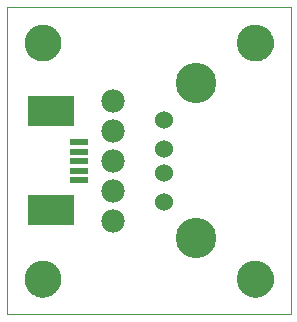
<source format=gts>
G75*
G70*
%OFA0B0*%
%FSLAX24Y24*%
%IPPOS*%
%LPD*%
%AMOC8*
5,1,8,0,0,1.08239X$1,22.5*
%
%ADD10C,0.0000*%
%ADD11C,0.1221*%
%ADD12C,0.0780*%
%ADD13R,0.1536X0.1024*%
%ADD14R,0.0591X0.0237*%
%ADD15C,0.0600*%
%ADD16C,0.1350*%
D10*
X005590Y003256D02*
X005590Y013492D01*
X015039Y013492D01*
X015039Y003256D01*
X005590Y003256D01*
X006180Y004437D02*
X006182Y004485D01*
X006188Y004533D01*
X006198Y004580D01*
X006211Y004626D01*
X006229Y004671D01*
X006249Y004715D01*
X006274Y004757D01*
X006302Y004796D01*
X006332Y004833D01*
X006366Y004867D01*
X006403Y004899D01*
X006441Y004928D01*
X006482Y004953D01*
X006525Y004975D01*
X006570Y004993D01*
X006616Y005007D01*
X006663Y005018D01*
X006711Y005025D01*
X006759Y005028D01*
X006807Y005027D01*
X006855Y005022D01*
X006903Y005013D01*
X006949Y005001D01*
X006994Y004984D01*
X007038Y004964D01*
X007080Y004941D01*
X007120Y004914D01*
X007158Y004884D01*
X007193Y004851D01*
X007225Y004815D01*
X007255Y004777D01*
X007281Y004736D01*
X007303Y004693D01*
X007323Y004649D01*
X007338Y004604D01*
X007350Y004557D01*
X007358Y004509D01*
X007362Y004461D01*
X007362Y004413D01*
X007358Y004365D01*
X007350Y004317D01*
X007338Y004270D01*
X007323Y004225D01*
X007303Y004181D01*
X007281Y004138D01*
X007255Y004097D01*
X007225Y004059D01*
X007193Y004023D01*
X007158Y003990D01*
X007120Y003960D01*
X007080Y003933D01*
X007038Y003910D01*
X006994Y003890D01*
X006949Y003873D01*
X006903Y003861D01*
X006855Y003852D01*
X006807Y003847D01*
X006759Y003846D01*
X006711Y003849D01*
X006663Y003856D01*
X006616Y003867D01*
X006570Y003881D01*
X006525Y003899D01*
X006482Y003921D01*
X006441Y003946D01*
X006403Y003975D01*
X006366Y004007D01*
X006332Y004041D01*
X006302Y004078D01*
X006274Y004117D01*
X006249Y004159D01*
X006229Y004203D01*
X006211Y004248D01*
X006198Y004294D01*
X006188Y004341D01*
X006182Y004389D01*
X006180Y004437D01*
X013267Y004437D02*
X013269Y004485D01*
X013275Y004533D01*
X013285Y004580D01*
X013298Y004626D01*
X013316Y004671D01*
X013336Y004715D01*
X013361Y004757D01*
X013389Y004796D01*
X013419Y004833D01*
X013453Y004867D01*
X013490Y004899D01*
X013528Y004928D01*
X013569Y004953D01*
X013612Y004975D01*
X013657Y004993D01*
X013703Y005007D01*
X013750Y005018D01*
X013798Y005025D01*
X013846Y005028D01*
X013894Y005027D01*
X013942Y005022D01*
X013990Y005013D01*
X014036Y005001D01*
X014081Y004984D01*
X014125Y004964D01*
X014167Y004941D01*
X014207Y004914D01*
X014245Y004884D01*
X014280Y004851D01*
X014312Y004815D01*
X014342Y004777D01*
X014368Y004736D01*
X014390Y004693D01*
X014410Y004649D01*
X014425Y004604D01*
X014437Y004557D01*
X014445Y004509D01*
X014449Y004461D01*
X014449Y004413D01*
X014445Y004365D01*
X014437Y004317D01*
X014425Y004270D01*
X014410Y004225D01*
X014390Y004181D01*
X014368Y004138D01*
X014342Y004097D01*
X014312Y004059D01*
X014280Y004023D01*
X014245Y003990D01*
X014207Y003960D01*
X014167Y003933D01*
X014125Y003910D01*
X014081Y003890D01*
X014036Y003873D01*
X013990Y003861D01*
X013942Y003852D01*
X013894Y003847D01*
X013846Y003846D01*
X013798Y003849D01*
X013750Y003856D01*
X013703Y003867D01*
X013657Y003881D01*
X013612Y003899D01*
X013569Y003921D01*
X013528Y003946D01*
X013490Y003975D01*
X013453Y004007D01*
X013419Y004041D01*
X013389Y004078D01*
X013361Y004117D01*
X013336Y004159D01*
X013316Y004203D01*
X013298Y004248D01*
X013285Y004294D01*
X013275Y004341D01*
X013269Y004389D01*
X013267Y004437D01*
X013267Y012311D02*
X013269Y012359D01*
X013275Y012407D01*
X013285Y012454D01*
X013298Y012500D01*
X013316Y012545D01*
X013336Y012589D01*
X013361Y012631D01*
X013389Y012670D01*
X013419Y012707D01*
X013453Y012741D01*
X013490Y012773D01*
X013528Y012802D01*
X013569Y012827D01*
X013612Y012849D01*
X013657Y012867D01*
X013703Y012881D01*
X013750Y012892D01*
X013798Y012899D01*
X013846Y012902D01*
X013894Y012901D01*
X013942Y012896D01*
X013990Y012887D01*
X014036Y012875D01*
X014081Y012858D01*
X014125Y012838D01*
X014167Y012815D01*
X014207Y012788D01*
X014245Y012758D01*
X014280Y012725D01*
X014312Y012689D01*
X014342Y012651D01*
X014368Y012610D01*
X014390Y012567D01*
X014410Y012523D01*
X014425Y012478D01*
X014437Y012431D01*
X014445Y012383D01*
X014449Y012335D01*
X014449Y012287D01*
X014445Y012239D01*
X014437Y012191D01*
X014425Y012144D01*
X014410Y012099D01*
X014390Y012055D01*
X014368Y012012D01*
X014342Y011971D01*
X014312Y011933D01*
X014280Y011897D01*
X014245Y011864D01*
X014207Y011834D01*
X014167Y011807D01*
X014125Y011784D01*
X014081Y011764D01*
X014036Y011747D01*
X013990Y011735D01*
X013942Y011726D01*
X013894Y011721D01*
X013846Y011720D01*
X013798Y011723D01*
X013750Y011730D01*
X013703Y011741D01*
X013657Y011755D01*
X013612Y011773D01*
X013569Y011795D01*
X013528Y011820D01*
X013490Y011849D01*
X013453Y011881D01*
X013419Y011915D01*
X013389Y011952D01*
X013361Y011991D01*
X013336Y012033D01*
X013316Y012077D01*
X013298Y012122D01*
X013285Y012168D01*
X013275Y012215D01*
X013269Y012263D01*
X013267Y012311D01*
X006180Y012311D02*
X006182Y012359D01*
X006188Y012407D01*
X006198Y012454D01*
X006211Y012500D01*
X006229Y012545D01*
X006249Y012589D01*
X006274Y012631D01*
X006302Y012670D01*
X006332Y012707D01*
X006366Y012741D01*
X006403Y012773D01*
X006441Y012802D01*
X006482Y012827D01*
X006525Y012849D01*
X006570Y012867D01*
X006616Y012881D01*
X006663Y012892D01*
X006711Y012899D01*
X006759Y012902D01*
X006807Y012901D01*
X006855Y012896D01*
X006903Y012887D01*
X006949Y012875D01*
X006994Y012858D01*
X007038Y012838D01*
X007080Y012815D01*
X007120Y012788D01*
X007158Y012758D01*
X007193Y012725D01*
X007225Y012689D01*
X007255Y012651D01*
X007281Y012610D01*
X007303Y012567D01*
X007323Y012523D01*
X007338Y012478D01*
X007350Y012431D01*
X007358Y012383D01*
X007362Y012335D01*
X007362Y012287D01*
X007358Y012239D01*
X007350Y012191D01*
X007338Y012144D01*
X007323Y012099D01*
X007303Y012055D01*
X007281Y012012D01*
X007255Y011971D01*
X007225Y011933D01*
X007193Y011897D01*
X007158Y011864D01*
X007120Y011834D01*
X007080Y011807D01*
X007038Y011784D01*
X006994Y011764D01*
X006949Y011747D01*
X006903Y011735D01*
X006855Y011726D01*
X006807Y011721D01*
X006759Y011720D01*
X006711Y011723D01*
X006663Y011730D01*
X006616Y011741D01*
X006570Y011755D01*
X006525Y011773D01*
X006482Y011795D01*
X006441Y011820D01*
X006403Y011849D01*
X006366Y011881D01*
X006332Y011915D01*
X006302Y011952D01*
X006274Y011991D01*
X006249Y012033D01*
X006229Y012077D01*
X006211Y012122D01*
X006198Y012168D01*
X006188Y012215D01*
X006182Y012263D01*
X006180Y012311D01*
D11*
X006771Y012311D03*
X013858Y012311D03*
X013858Y004437D03*
X006771Y004437D03*
D12*
X009134Y006374D03*
X009134Y007374D03*
X009134Y008374D03*
X009134Y009374D03*
X009134Y010374D03*
D13*
X007047Y010027D03*
X007047Y006720D03*
D14*
X007992Y007724D03*
X007992Y008039D03*
X007992Y008374D03*
X007992Y008669D03*
X007992Y008984D03*
D15*
X010819Y008769D03*
X010819Y007979D03*
X010819Y006999D03*
X010819Y009749D03*
D16*
X011889Y010959D03*
X011889Y005789D03*
M02*

</source>
